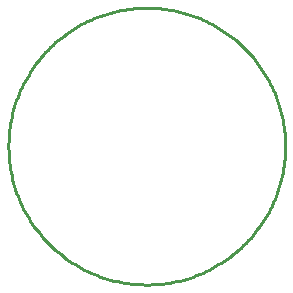
<source format=gbr>
G04 EAGLE Gerber RS-274X export*
G75*
%MOMM*%
%FSLAX34Y34*%
%LPD*%
%IN*%
%IPPOS*%
%AMOC8*
5,1,8,0,0,1.08239X$1,22.5*%
G01*
%ADD10C,0.254000*%


D10*
X205988Y112817D02*
X205988Y115783D01*
X205913Y118749D01*
X205763Y121712D01*
X205538Y124670D01*
X205237Y127621D01*
X204863Y130564D01*
X204413Y133497D01*
X203890Y136417D01*
X203293Y139323D01*
X202622Y142212D01*
X201879Y145084D01*
X201063Y147937D01*
X200174Y150767D01*
X199215Y153574D01*
X198185Y156356D01*
X197084Y159111D01*
X195914Y161838D01*
X194676Y164533D01*
X193369Y167197D01*
X191996Y169826D01*
X190556Y172420D01*
X189051Y174977D01*
X187482Y177494D01*
X185849Y179971D01*
X184154Y182406D01*
X182398Y184797D01*
X180583Y187143D01*
X178708Y189443D01*
X176775Y191694D01*
X174787Y193895D01*
X172743Y196045D01*
X170645Y198143D01*
X168495Y200187D01*
X166294Y202175D01*
X164043Y204108D01*
X161743Y205983D01*
X159397Y207798D01*
X157006Y209554D01*
X154571Y211249D01*
X152094Y212882D01*
X149577Y214451D01*
X147020Y215956D01*
X144426Y217396D01*
X141797Y218769D01*
X139133Y220076D01*
X136438Y221314D01*
X133711Y222484D01*
X130956Y223585D01*
X128174Y224615D01*
X125367Y225574D01*
X122537Y226463D01*
X119684Y227279D01*
X116812Y228022D01*
X113923Y228693D01*
X111017Y229290D01*
X108097Y229813D01*
X105164Y230263D01*
X102221Y230637D01*
X99270Y230938D01*
X96312Y231163D01*
X93349Y231313D01*
X90383Y231388D01*
X87417Y231388D01*
X84451Y231313D01*
X81488Y231163D01*
X78530Y230938D01*
X75579Y230637D01*
X72636Y230263D01*
X69703Y229813D01*
X66783Y229290D01*
X63877Y228693D01*
X60988Y228022D01*
X58116Y227279D01*
X55263Y226463D01*
X52433Y225574D01*
X49626Y224615D01*
X46844Y223585D01*
X44089Y222484D01*
X41362Y221314D01*
X38667Y220076D01*
X36003Y218769D01*
X33374Y217396D01*
X30780Y215956D01*
X28223Y214451D01*
X25706Y212882D01*
X23229Y211249D01*
X20794Y209554D01*
X18403Y207798D01*
X16057Y205983D01*
X13757Y204108D01*
X11507Y202175D01*
X9305Y200187D01*
X7155Y198143D01*
X5057Y196045D01*
X3013Y193895D01*
X1025Y191694D01*
X-908Y189443D01*
X-2783Y187143D01*
X-4598Y184797D01*
X-6354Y182406D01*
X-8049Y179971D01*
X-9682Y177494D01*
X-11251Y174977D01*
X-12756Y172420D01*
X-14196Y169826D01*
X-15569Y167197D01*
X-16876Y164533D01*
X-18114Y161838D01*
X-19284Y159111D01*
X-20385Y156356D01*
X-21415Y153574D01*
X-22374Y150767D01*
X-23263Y147937D01*
X-24079Y145084D01*
X-24822Y142212D01*
X-25493Y139323D01*
X-26090Y136417D01*
X-26613Y133497D01*
X-27063Y130564D01*
X-27437Y127621D01*
X-27738Y124670D01*
X-27963Y121712D01*
X-28113Y118749D01*
X-28188Y115783D01*
X-28188Y112817D01*
X-28113Y109851D01*
X-27963Y106888D01*
X-27738Y103930D01*
X-27437Y100979D01*
X-27063Y98036D01*
X-26613Y95103D01*
X-26090Y92183D01*
X-25493Y89277D01*
X-24822Y86388D01*
X-24079Y83516D01*
X-23263Y80663D01*
X-22374Y77833D01*
X-21415Y75026D01*
X-20385Y72244D01*
X-19284Y69489D01*
X-18114Y66762D01*
X-16876Y64067D01*
X-15569Y61403D01*
X-14196Y58774D01*
X-12756Y56180D01*
X-11251Y53623D01*
X-9682Y51106D01*
X-8049Y48629D01*
X-6354Y46194D01*
X-4598Y43803D01*
X-2783Y41457D01*
X-908Y39157D01*
X1025Y36907D01*
X3013Y34705D01*
X5057Y32555D01*
X7155Y30457D01*
X9305Y28413D01*
X11507Y26425D01*
X13757Y24492D01*
X16057Y22617D01*
X18403Y20802D01*
X20794Y19046D01*
X23229Y17351D01*
X25706Y15718D01*
X28223Y14149D01*
X30780Y12644D01*
X33374Y11204D01*
X36003Y9831D01*
X38667Y8524D01*
X41362Y7286D01*
X44089Y6116D01*
X46844Y5015D01*
X49626Y3985D01*
X52433Y3026D01*
X55263Y2138D01*
X58116Y1321D01*
X60988Y578D01*
X63877Y-93D01*
X66783Y-690D01*
X69703Y-1213D01*
X72636Y-1663D01*
X75579Y-2037D01*
X78530Y-2338D01*
X81488Y-2563D01*
X84451Y-2713D01*
X87417Y-2788D01*
X90383Y-2788D01*
X93349Y-2713D01*
X96312Y-2563D01*
X99270Y-2338D01*
X102221Y-2037D01*
X105164Y-1663D01*
X108097Y-1213D01*
X111017Y-690D01*
X113923Y-93D01*
X116812Y578D01*
X119684Y1321D01*
X122537Y2138D01*
X125367Y3026D01*
X128174Y3985D01*
X130956Y5015D01*
X133711Y6116D01*
X136438Y7286D01*
X139133Y8524D01*
X141797Y9831D01*
X144426Y11204D01*
X147020Y12644D01*
X149577Y14149D01*
X152094Y15718D01*
X154571Y17351D01*
X157006Y19046D01*
X159397Y20802D01*
X161743Y22617D01*
X164043Y24492D01*
X166294Y26425D01*
X168495Y28413D01*
X170645Y30457D01*
X172743Y32555D01*
X174787Y34705D01*
X176775Y36907D01*
X178708Y39157D01*
X180583Y41457D01*
X182398Y43803D01*
X184154Y46194D01*
X185849Y48629D01*
X187482Y51106D01*
X189051Y53623D01*
X190556Y56180D01*
X191996Y58774D01*
X193369Y61403D01*
X194676Y64067D01*
X195914Y66762D01*
X197084Y69489D01*
X198185Y72244D01*
X199215Y75026D01*
X200174Y77833D01*
X201063Y80663D01*
X201879Y83516D01*
X202622Y86388D01*
X203293Y89277D01*
X203890Y92183D01*
X204413Y95103D01*
X204863Y98036D01*
X205237Y100979D01*
X205538Y103930D01*
X205763Y106888D01*
X205913Y109851D01*
X205988Y112817D01*
M02*

</source>
